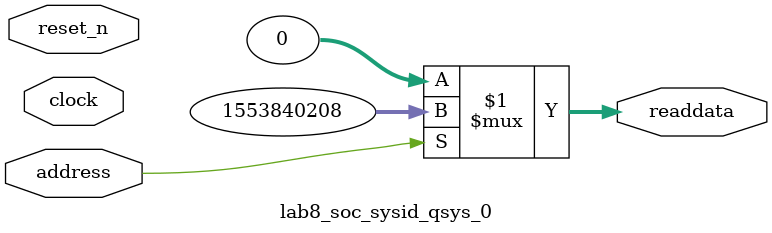
<source format=v>



// synthesis translate_off
`timescale 1ns / 1ps
// synthesis translate_on

// turn off superfluous verilog processor warnings 
// altera message_level Level1 
// altera message_off 10034 10035 10036 10037 10230 10240 10030 

module lab8_soc_sysid_qsys_0 (
               // inputs:
                address,
                clock,
                reset_n,

               // outputs:
                readdata
             )
;

  output  [ 31: 0] readdata;
  input            address;
  input            clock;
  input            reset_n;

  wire    [ 31: 0] readdata;
  //control_slave, which is an e_avalon_slave
  assign readdata = address ? 1553840208 : 0;

endmodule



</source>
